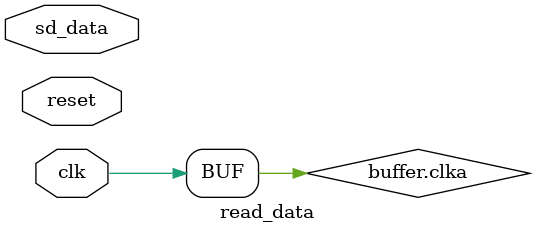
<source format=sv>
module read_data(
    input clk,
    input reset,
    input sd_data,
    audio_buffer_interface.driver buffer
);
//  Block data is a start bit, 512 bytes sent msb first, then a CRC16 and end
//  bit.

// NOTE: This doesn't check which side of the buffer the audio player is
// reading from, so theoretically it could overwrite audio that's being
// played. However, as long as the sd card controller doesn't request extra
// blocks this shouldn't be an issue

localparam BLOCK_SIZE=512*8+16+2;
logic [$clog2(BLOCK_SIZE):0] counter;

logic [7:0] byte_shift;

logic [3:0] byte_counter;

assign buffer.clka = clk;

always_ff @(posedge clk) begin
    if (reset) begin
        buffer.ena <= 0;
        buffer.addra <= '1;
        buffer.dina <= 0;
    end
    else begin
        // We ignore the lower 17 bits of the block
        if (counter > 16) begin
            counter <= counter - 1;
            byte_shift <= {byte_shift[6:0],sd_data};
            byte_counter <= byte_counter - 1;

            // Store received byte in audio buffer and reset counter
            if (byte_counter == 0) begin
                byte_counter <= 7;
                buffer.dina <= byte_shift;//{byte_shift[6:0],sd_data};
                buffer.ena <= 1;
            end

            // Turn the enable signal off so we don't accidentally write
            // anything weird
            if (byte_counter == 4) begin
                buffer.ena <= 0;
                buffer.addra <= buffer.addra + 1;
            end

        end
        else if (counter != 0)
            counter<=counter-1;
        else if (sd_data == 0) begin
            counter <= BLOCK_SIZE-1;
            byte_counter <= 8;
        end
    end
end

endmodule

</source>
